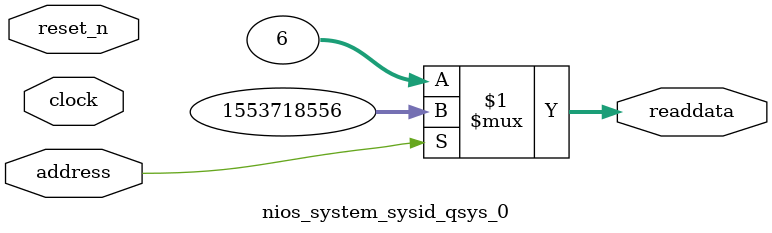
<source format=v>



// synthesis translate_off
`timescale 1ns / 1ps
// synthesis translate_on

// turn off superfluous verilog processor warnings 
// altera message_level Level1 
// altera message_off 10034 10035 10036 10037 10230 10240 10030 

module nios_system_sysid_qsys_0 (
               // inputs:
                address,
                clock,
                reset_n,

               // outputs:
                readdata
             )
;

  output  [ 31: 0] readdata;
  input            address;
  input            clock;
  input            reset_n;

  wire    [ 31: 0] readdata;
  //control_slave, which is an e_avalon_slave
  assign readdata = address ? 1553718556 : 6;

endmodule



</source>
